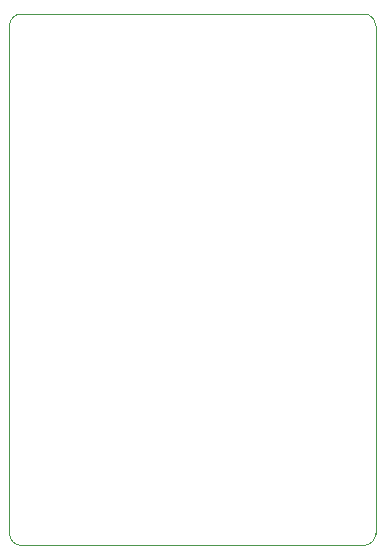
<source format=gm1>
G04 #@! TF.GenerationSoftware,KiCad,Pcbnew,(5.1.9-0-10_14)*
G04 #@! TF.CreationDate,2021-07-10T20:43:16+09:00*
G04 #@! TF.ProjectId,TouchController,546f7563-6843-46f6-9e74-726f6c6c6572,V1.0*
G04 #@! TF.SameCoordinates,Original*
G04 #@! TF.FileFunction,Profile,NP*
%FSLAX46Y46*%
G04 Gerber Fmt 4.6, Leading zero omitted, Abs format (unit mm)*
G04 Created by KiCad (PCBNEW (5.1.9-0-10_14)) date 2021-07-10 20:43:16*
%MOMM*%
%LPD*%
G01*
G04 APERTURE LIST*
G04 #@! TA.AperFunction,Profile*
%ADD10C,0.050000*%
G04 #@! TD*
G04 APERTURE END LIST*
D10*
X15500000Y8500000D02*
X15500000Y-34500000D01*
X-15500000Y8500000D02*
X-15500000Y-34500000D01*
X14500000Y9500000D02*
X-14500000Y9500000D01*
X14500000Y9500000D02*
G75*
G02*
X15500000Y8500000I0J-1000000D01*
G01*
X-15500000Y8500000D02*
G75*
G02*
X-14500000Y9500000I1000000J0D01*
G01*
X-14500000Y-35500000D02*
X14500000Y-35500000D01*
X-14500000Y-35500000D02*
G75*
G02*
X-15500000Y-34500000I0J1000000D01*
G01*
X15500000Y-34500000D02*
G75*
G02*
X14500000Y-35500000I-1000000J0D01*
G01*
M02*

</source>
